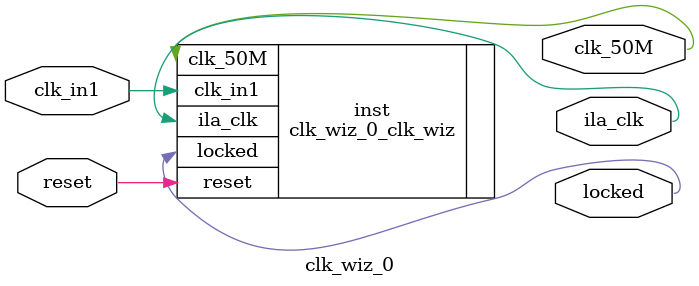
<source format=v>


`timescale 1ps/1ps

(* CORE_GENERATION_INFO = "clk_wiz_0,clk_wiz_v6_0_4_0_0,{component_name=clk_wiz_0,use_phase_alignment=true,use_min_o_jitter=false,use_max_i_jitter=false,use_dyn_phase_shift=false,use_inclk_switchover=false,use_dyn_reconfig=false,enable_axi=0,feedback_source=FDBK_AUTO,PRIMITIVE=MMCM,num_out_clk=2,clkin1_period=10.000,clkin2_period=10.000,use_power_down=false,use_reset=true,use_locked=true,use_inclk_stopped=false,feedback_type=SINGLE,CLOCK_MGR_TYPE=NA,manual_override=false}" *)

module clk_wiz_0 
 (
  // Clock out ports
  output        clk_50M,
  output        ila_clk,
  // Status and control signals
  input         reset,
  output        locked,
 // Clock in ports
  input         clk_in1
 );

  clk_wiz_0_clk_wiz inst
  (
  // Clock out ports  
  .clk_50M(clk_50M),
  .ila_clk(ila_clk),
  // Status and control signals               
  .reset(reset), 
  .locked(locked),
 // Clock in ports
  .clk_in1(clk_in1)
  );

endmodule

</source>
